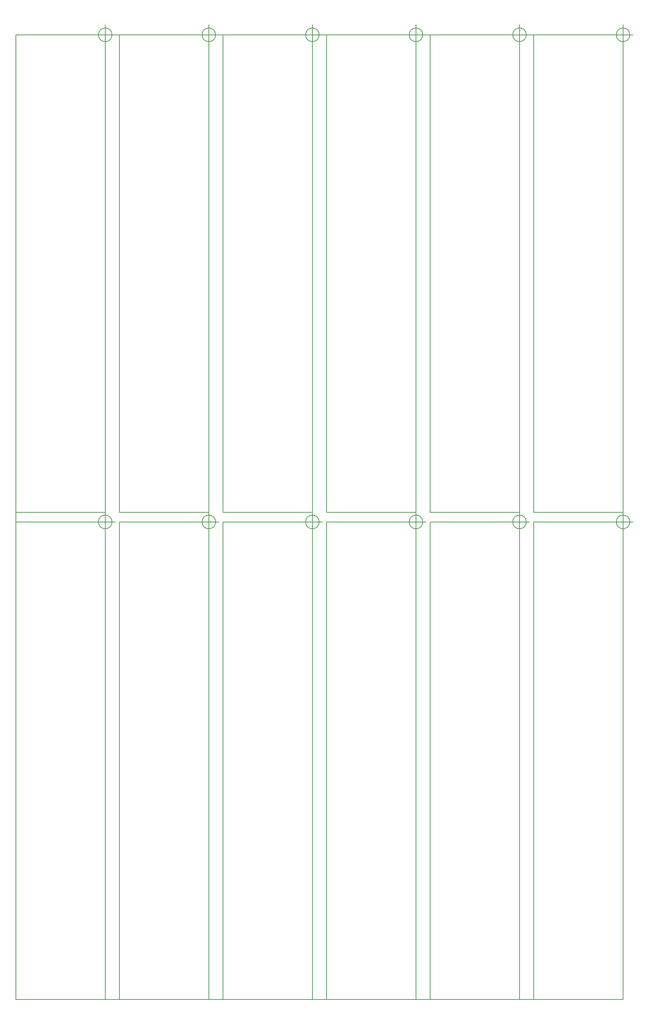
<source format=gm1>
G04 #@! TF.FileFunction,Profile,NP*
%FSLAX46Y46*%
G04 Gerber Fmt 4.6, Leading zero omitted, Abs format (unit mm)*
G04 Created by KiCad (PCBNEW 4.0.1-stable) date 10/3/2016 4:29:35 PM*
%MOMM*%
G01*
G04 APERTURE LIST*
%ADD10C,0.100000*%
%ADD11C,0.150000*%
G04 APERTURE END LIST*
D10*
D11*
X148869400Y-254152400D02*
X150825200Y-254152400D01*
X23774400Y-254152400D02*
X148869400Y-254152400D01*
X45720000Y-17780000D02*
X45720000Y-134772400D01*
X172720000Y-17780000D02*
X23774400Y-17780000D01*
X172720000Y-254152400D02*
X172720000Y-17780000D01*
X23774400Y-17780000D02*
X23774400Y-254152400D01*
X148986666Y-17780000D02*
G75*
G03X148986666Y-17780000I-1666666J0D01*
G01*
X144820000Y-17780000D02*
X149820000Y-17780000D01*
X147320000Y-15280000D02*
X147320000Y-20280000D01*
X125374400Y-134772400D02*
X125374400Y-17780000D01*
X147320000Y-134772400D02*
X125374400Y-134772400D01*
X147320000Y-17780000D02*
X147320000Y-134772400D01*
X125374400Y-17780000D02*
X147320000Y-17780000D01*
X174386666Y-17780000D02*
G75*
G03X174386666Y-17780000I-1666666J0D01*
G01*
X170220000Y-17780000D02*
X175220000Y-17780000D01*
X172720000Y-15280000D02*
X172720000Y-20280000D01*
X150774400Y-134772400D02*
X150774400Y-17780000D01*
X172720000Y-134772400D02*
X150774400Y-134772400D01*
X172720000Y-17780000D02*
X172720000Y-134772400D01*
X150774400Y-17780000D02*
X172720000Y-17780000D01*
X150774400Y-137160000D02*
X172720000Y-137160000D01*
X172720000Y-137160000D02*
X172720000Y-254152400D01*
X172720000Y-254152400D02*
X150774400Y-254152400D01*
X150774400Y-254152400D02*
X150774400Y-137160000D01*
X174386666Y-137160000D02*
G75*
G03X174386666Y-137160000I-1666666J0D01*
G01*
X170220000Y-137160000D02*
X175220000Y-137160000D01*
X172720000Y-134660000D02*
X172720000Y-139660000D01*
X125374400Y-137160000D02*
X147320000Y-137160000D01*
X147320000Y-137160000D02*
X147320000Y-254152400D01*
X147320000Y-254152400D02*
X125374400Y-254152400D01*
X125374400Y-254152400D02*
X125374400Y-137160000D01*
X148986666Y-137160000D02*
G75*
G03X148986666Y-137160000I-1666666J0D01*
G01*
X144820000Y-137160000D02*
X149820000Y-137160000D01*
X147320000Y-134660000D02*
X147320000Y-139660000D01*
X23774400Y-137160000D02*
X45720000Y-137160000D01*
X45720000Y-137160000D02*
X45720000Y-254152400D01*
X45720000Y-254152400D02*
X23774400Y-254152400D01*
X23774400Y-254152400D02*
X23774400Y-137160000D01*
X47386666Y-137160000D02*
G75*
G03X47386666Y-137160000I-1666666J0D01*
G01*
X43220000Y-137160000D02*
X48220000Y-137160000D01*
X45720000Y-134660000D02*
X45720000Y-139660000D01*
X72786666Y-137160000D02*
G75*
G03X72786666Y-137160000I-1666666J0D01*
G01*
X68620000Y-137160000D02*
X73620000Y-137160000D01*
X71120000Y-134660000D02*
X71120000Y-139660000D01*
X49174400Y-254152400D02*
X49174400Y-137160000D01*
X71120000Y-254152400D02*
X49174400Y-254152400D01*
X71120000Y-137160000D02*
X71120000Y-254152400D01*
X49174400Y-137160000D02*
X71120000Y-137160000D01*
X99974400Y-137160000D02*
X121920000Y-137160000D01*
X121920000Y-137160000D02*
X121920000Y-254152400D01*
X121920000Y-254152400D02*
X99974400Y-254152400D01*
X99974400Y-254152400D02*
X99974400Y-137160000D01*
X123586666Y-137160000D02*
G75*
G03X123586666Y-137160000I-1666666J0D01*
G01*
X119420000Y-137160000D02*
X124420000Y-137160000D01*
X121920000Y-134660000D02*
X121920000Y-139660000D01*
X98186666Y-137160000D02*
G75*
G03X98186666Y-137160000I-1666666J0D01*
G01*
X94020000Y-137160000D02*
X99020000Y-137160000D01*
X96520000Y-134660000D02*
X96520000Y-139660000D01*
X74574400Y-254152400D02*
X74574400Y-137160000D01*
X96520000Y-254152400D02*
X74574400Y-254152400D01*
X96520000Y-137160000D02*
X96520000Y-254152400D01*
X74574400Y-137160000D02*
X96520000Y-137160000D01*
X74574400Y-17780000D02*
X96520000Y-17780000D01*
X96520000Y-17780000D02*
X96520000Y-134772400D01*
X96520000Y-134772400D02*
X74574400Y-134772400D01*
X74574400Y-134772400D02*
X74574400Y-17780000D01*
X98186666Y-17780000D02*
G75*
G03X98186666Y-17780000I-1666666J0D01*
G01*
X94020000Y-17780000D02*
X99020000Y-17780000D01*
X96520000Y-15280000D02*
X96520000Y-20280000D01*
X123586666Y-17780000D02*
G75*
G03X123586666Y-17780000I-1666666J0D01*
G01*
X119420000Y-17780000D02*
X124420000Y-17780000D01*
X121920000Y-15280000D02*
X121920000Y-20280000D01*
X99974400Y-134772400D02*
X99974400Y-17780000D01*
X121920000Y-134772400D02*
X99974400Y-134772400D01*
X121920000Y-17780000D02*
X121920000Y-134772400D01*
X99974400Y-17780000D02*
X121920000Y-17780000D01*
X49174400Y-17780000D02*
X71120000Y-17780000D01*
X71120000Y-17780000D02*
X71120000Y-134772400D01*
X71120000Y-134772400D02*
X49174400Y-134772400D01*
X49174400Y-134772400D02*
X49174400Y-17780000D01*
X72786666Y-17780000D02*
G75*
G03X72786666Y-17780000I-1666666J0D01*
G01*
X68620000Y-17780000D02*
X73620000Y-17780000D01*
X71120000Y-15280000D02*
X71120000Y-20280000D01*
X47386666Y-17780000D02*
G75*
G03X47386666Y-17780000I-1666666J0D01*
G01*
X43220000Y-17780000D02*
X48220000Y-17780000D01*
X45720000Y-15280000D02*
X45720000Y-20280000D01*
X23774400Y-134772400D02*
X23774400Y-17780000D01*
X45720000Y-134772400D02*
X23774400Y-134772400D01*
X23774400Y-17780000D02*
X45720000Y-17780000D01*
M02*

</source>
